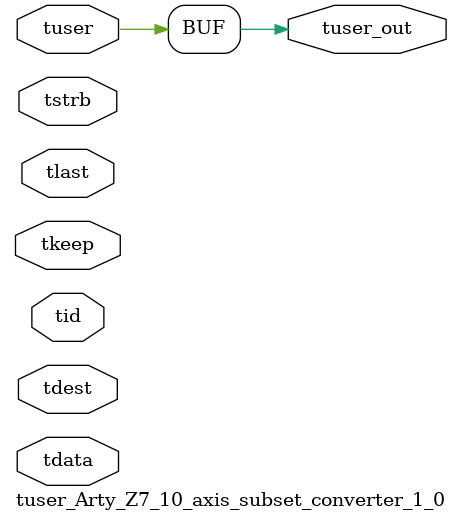
<source format=v>


`timescale 1ps/1ps

module tuser_Arty_Z7_10_axis_subset_converter_1_0 #
(
parameter C_S_AXIS_TUSER_WIDTH = 1,
parameter C_S_AXIS_TDATA_WIDTH = 32,
parameter C_S_AXIS_TID_WIDTH   = 0,
parameter C_S_AXIS_TDEST_WIDTH = 0,
parameter C_M_AXIS_TUSER_WIDTH = 1
)
(
input  [(C_S_AXIS_TUSER_WIDTH == 0 ? 1 : C_S_AXIS_TUSER_WIDTH)-1:0     ] tuser,
input  [(C_S_AXIS_TDATA_WIDTH == 0 ? 1 : C_S_AXIS_TDATA_WIDTH)-1:0     ] tdata,
input  [(C_S_AXIS_TID_WIDTH   == 0 ? 1 : C_S_AXIS_TID_WIDTH)-1:0       ] tid,
input  [(C_S_AXIS_TDEST_WIDTH == 0 ? 1 : C_S_AXIS_TDEST_WIDTH)-1:0     ] tdest,
input  [(C_S_AXIS_TDATA_WIDTH/8)-1:0 ] tkeep,
input  [(C_S_AXIS_TDATA_WIDTH/8)-1:0 ] tstrb,
input                                                                    tlast,
output [C_M_AXIS_TUSER_WIDTH-1:0] tuser_out
);

assign tuser_out = {tuser[0:0]};

endmodule


</source>
